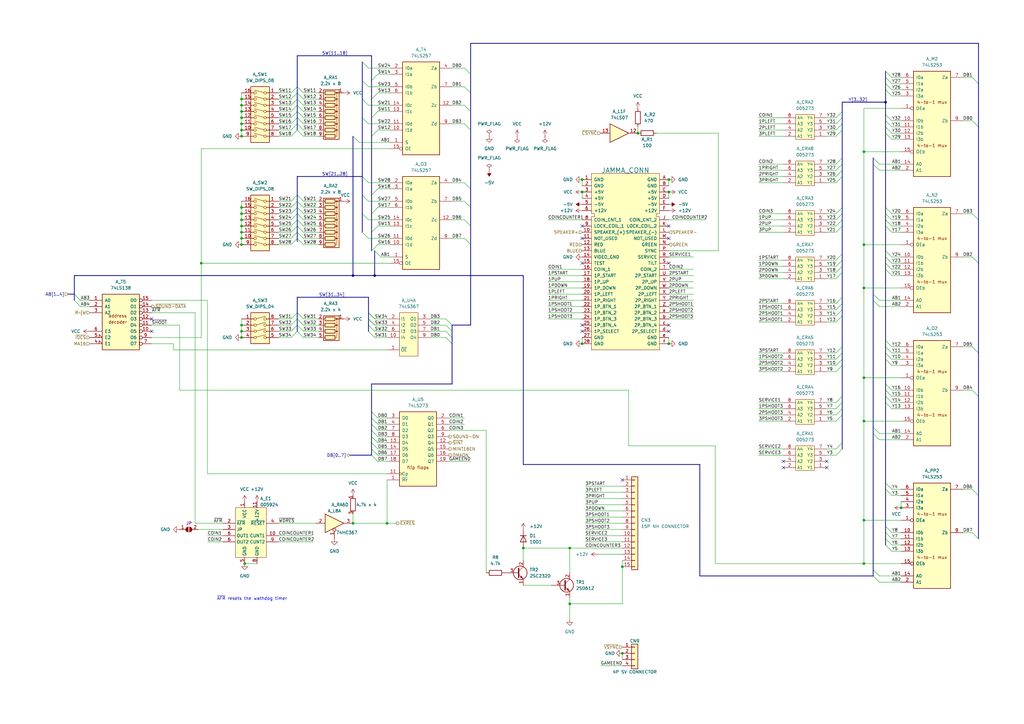
<source format=kicad_sch>
(kicad_sch (version 20230121) (generator eeschema)
  (paper "A3")
  (title_block (title "Twin 16 - Rev B") (date "2024-03-10") (company "Konami GX785/GX870/GX808/GX903") (comment 1 "Ulf Skutnabba, twitter: @skutis77"))
  (junction (at 274.32 78.74))
  (junction (at 144.78 113.03))
  (junction (at 99.06 48.26))
  (junction (at 99.06 85.09))
  (junction (at 99.06 40.64))
  (junction (at 99.06 92.71))
  (junction (at 354.33 118.11))
  (junction (at 354.33 172.72))
  (junction (at 274.32 73.66))
  (junction (at 99.06 97.79))
  (junction (at 99.06 133.35))
  (junction (at 158.75 214.63))
  (junction (at 99.06 53.34))
  (junction (at 99.06 138.43))
  (junction (at 100.33 231.14))
  (junction (at 238.76 73.66))
  (junction (at 274.32 140.97))
  (junction (at 99.06 50.8))
  (junction (at 99.06 43.18))
  (junction (at 354.33 100.33))
  (junction (at 99.06 135.89))
  (junction (at 369.57 208.28))
  (junction (at 354.33 213.36))
  (junction (at 99.06 95.25))
  (junction (at 261.62 54.61))
  (junction (at 238.76 140.97))
  (junction (at 233.68 247.65))
  (junction (at 99.06 45.72))
  (junction (at 233.68 224.79))
  (junction (at 99.06 55.88))
  (junction (at 238.76 78.74))
  (junction (at 255.27 267.97))
  (junction (at 99.06 90.17))
  (junction (at 153.67 113.03))
  (junction (at 82.55 107.95))
  (junction (at 354.33 231.14))
  (junction (at 255.27 232.41))
  (junction (at 363.22 41.91))
  (junction (at 144.78 214.63))
  (junction (at 354.33 154.94))
  (junction (at 214.63 224.79))
  (junction (at 354.33 62.23))
  (junction (at 99.06 100.33))
  (junction (at 99.06 87.63))
  (no_connect (at 339.09 191.77))
  (no_connect (at 238.76 92.71))
  (no_connect (at 238.76 97.79))
  (no_connect (at 274.32 97.79))
  (no_connect (at 274.32 92.71))
  (no_connect (at 62.23 135.89))
  (no_connect (at 62.23 130.81))
  (no_connect (at 321.31 189.23))
  (no_connect (at 274.32 133.35))
  (no_connect (at 274.32 135.89))
  (no_connect (at 238.76 133.35))
  (no_connect (at 238.76 135.89))
  (no_connect (at 321.31 191.77))
  (no_connect (at 274.32 107.95))
  (no_connect (at 238.76 107.95))
  (no_connect (at 339.09 189.23))
  (no_connect (at 255.27 196.85))
  (bus_entry (at 152.4 33.02) (size 2.54 -2.54))
  (bus_entry (at 363.22 31.75) (size 2.54 2.54))
  (bus_entry (at 152.4 171.45) (size 2.54 2.54))
  (bus_entry (at 345.44 144.78) (size -2.54 2.54))
  (bus_entry (at 345.44 147.32) (size -2.54 2.54))
  (bus_entry (at 121.92 130.81) (size -2.54 2.54))
  (bus_entry (at 363.22 215.9) (size 2.54 2.54))
  (bus_entry (at 345.44 104.14) (size -2.54 2.54))
  (bus_entry (at 121.92 53.34) (size 2.54 2.54))
  (bus_entry (at 363.22 29.21) (size 2.54 2.54))
  (bus_entry (at 345.44 87.63) (size -2.54 2.54))
  (bus_entry (at 345.44 127) (size -2.54 2.54))
  (bus_entry (at 121.92 48.26) (size 2.54 2.54))
  (bus_entry (at 363.22 90.17) (size 2.54 2.54))
  (bus_entry (at 363.22 144.78) (size 2.54 2.54))
  (bus_entry (at 358.14 233.68) (size 2.54 2.54))
  (bus_entry (at 148.59 33.02) (size 2.54 2.54))
  (bus_entry (at 363.22 46.99) (size 2.54 2.54))
  (bus_entry (at 363.22 198.12) (size 2.54 2.54))
  (bus_entry (at 148.59 25.4) (size 2.54 2.54))
  (bus_entry (at 190.5 50.8) (size 2.54 2.54))
  (bus_entry (at 121.92 95.25) (size 2.54 2.54))
  (bus_entry (at 363.22 223.52) (size 2.54 2.54))
  (bus_entry (at 121.92 82.55) (size -2.54 2.54))
  (bus_entry (at 345.44 72.39) (size -2.54 2.54))
  (bus_entry (at 151.13 130.81) (size 2.54 2.54))
  (bus_entry (at 345.44 142.24) (size -2.54 2.54))
  (bus_entry (at 358.14 120.65) (size 2.54 2.54))
  (bus_entry (at 121.92 35.56) (size 2.54 2.54))
  (bus_entry (at 363.22 157.48) (size 2.54 2.54))
  (bus_entry (at 121.92 43.18) (size -2.54 2.54))
  (bus_entry (at 121.92 130.81) (size 2.54 2.54))
  (bus_entry (at 363.22 200.66) (size 2.54 2.54))
  (bus_entry (at 398.78 200.66) (size 2.54 2.54))
  (bus_entry (at 358.14 64.77) (size 2.54 2.54))
  (bus_entry (at 121.92 87.63) (size 2.54 2.54))
  (bus_entry (at 144.78 55.88) (size 2.54 2.54))
  (bus_entry (at 151.13 135.89) (size 2.54 2.54))
  (bus_entry (at 358.14 177.8) (size 2.54 2.54))
  (bus_entry (at 148.59 72.39) (size 2.54 2.54))
  (bus_entry (at 190.5 35.56) (size 2.54 2.54))
  (bus_entry (at 345.44 109.22) (size -2.54 2.54))
  (bus_entry (at 121.92 45.72) (size 2.54 2.54))
  (bus_entry (at 363.22 85.09) (size 2.54 2.54))
  (bus_entry (at 363.22 160.02) (size 2.54 2.54))
  (bus_entry (at 151.13 128.27) (size 2.54 2.54))
  (bus_entry (at 363.22 105.41) (size 2.54 2.54))
  (bus_entry (at 363.22 165.1) (size 2.54 2.54))
  (bus_entry (at 148.59 87.63) (size 2.54 2.54))
  (bus_entry (at 121.92 135.89) (size 2.54 2.54))
  (bus_entry (at 363.22 34.29) (size 2.54 2.54))
  (bus_entry (at 121.92 128.27) (size -2.54 2.54))
  (bus_entry (at 358.14 175.26) (size 2.54 2.54))
  (bus_entry (at 121.92 135.89) (size -2.54 2.54))
  (bus_entry (at 121.92 95.25) (size -2.54 2.54))
  (bus_entry (at 363.22 110.49) (size 2.54 2.54))
  (bus_entry (at 363.22 49.53) (size 2.54 2.54))
  (bus_entry (at 345.44 165.1) (size -2.54 2.54))
  (bus_entry (at 151.13 128.27) (size 2.54 2.54))
  (bus_entry (at 121.92 43.18) (size 2.54 2.54))
  (bus_entry (at 345.44 129.54) (size -2.54 2.54))
  (bus_entry (at 345.44 121.92) (size -2.54 2.54))
  (bus_entry (at 398.78 105.41) (size 2.54 2.54))
  (bus_entry (at 358.14 236.22) (size 2.54 2.54))
  (bus_entry (at 148.59 48.26) (size 2.54 2.54))
  (bus_entry (at 190.5 74.93) (size 2.54 2.54))
  (bus_entry (at 190.5 43.18) (size 2.54 2.54))
  (bus_entry (at 152.4 55.88) (size 2.54 -2.54))
  (bus_entry (at 121.92 82.55) (size 2.54 2.54))
  (bus_entry (at 363.22 162.56) (size 2.54 2.54))
  (bus_entry (at 345.44 92.71) (size -2.54 2.54))
  (bus_entry (at 152.4 168.91) (size 2.54 2.54))
  (bus_entry (at 345.44 45.72) (size -2.54 2.54))
  (bus_entry (at 121.92 80.01) (size -2.54 2.54))
  (bus_entry (at 345.44 64.77) (size -2.54 2.54))
  (bus_entry (at 363.22 218.44) (size 2.54 2.54))
  (bus_entry (at 148.59 80.01) (size 2.54 2.54))
  (bus_entry (at 345.44 67.31) (size -2.54 2.54))
  (bus_entry (at 151.13 130.81) (size 2.54 2.54))
  (bus_entry (at 398.78 87.63) (size 2.54 2.54))
  (bus_entry (at 152.4 176.53) (size 2.54 2.54))
  (bus_entry (at 121.92 97.79) (size -2.54 2.54))
  (bus_entry (at 363.22 102.87) (size 2.54 2.54))
  (bus_entry (at 148.59 95.25) (size 2.54 2.54))
  (bus_entry (at 152.4 179.07) (size 2.54 2.54))
  (bus_entry (at 345.44 111.76) (size -2.54 2.54))
  (bus_entry (at 152.4 40.64) (size 2.54 -2.54))
  (bus_entry (at 152.4 184.15) (size 2.54 2.54))
  (bus_entry (at 121.92 35.56) (size -2.54 2.54))
  (bus_entry (at 30.48 123.19) (size 2.54 2.54))
  (bus_entry (at 182.88 133.35) (size 2.54 2.54))
  (bus_entry (at 152.4 102.87) (size 2.54 -2.54))
  (bus_entry (at 152.4 48.26) (size 2.54 -2.54))
  (bus_entry (at 121.92 38.1) (size 2.54 2.54))
  (bus_entry (at 363.22 107.95) (size 2.54 2.54))
  (bus_entry (at 121.92 80.01) (size 2.54 2.54))
  (bus_entry (at 190.5 27.94) (size 2.54 2.54))
  (bus_entry (at 363.22 142.24) (size 2.54 2.54))
  (bus_entry (at 190.5 90.17) (size 2.54 2.54))
  (bus_entry (at 398.78 31.75) (size 2.54 2.54))
  (bus_entry (at 152.4 186.69) (size 2.54 2.54))
  (bus_entry (at 121.92 133.35) (size -2.54 2.54))
  (bus_entry (at 345.44 53.34) (size -2.54 2.54))
  (bus_entry (at 345.44 85.09) (size -2.54 2.54))
  (bus_entry (at 152.4 87.63) (size 2.54 -2.54))
  (bus_entry (at 121.92 53.34) (size -2.54 2.54))
  (bus_entry (at 121.92 90.17) (size -2.54 2.54))
  (bus_entry (at 190.5 97.79) (size 2.54 2.54))
  (bus_entry (at 121.92 97.79) (size 2.54 2.54))
  (bus_entry (at 152.4 95.25) (size 2.54 -2.54))
  (bus_entry (at 182.88 135.89) (size 2.54 2.54))
  (bus_entry (at 345.44 167.64) (size -2.54 2.54))
  (bus_entry (at 363.22 92.71) (size 2.54 2.54))
  (bus_entry (at 121.92 133.35) (size 2.54 2.54))
  (bus_entry (at 121.92 50.8) (size -2.54 2.54))
  (bus_entry (at 363.22 36.83) (size 2.54 2.54))
  (bus_entry (at 363.22 87.63) (size 2.54 2.54))
  (bus_entry (at 345.44 106.68) (size -2.54 2.54))
  (bus_entry (at 121.92 40.64) (size -2.54 2.54))
  (bus_entry (at 363.22 147.32) (size 2.54 2.54))
  (bus_entry (at 190.5 82.55) (size 2.54 2.54))
  (bus_entry (at 30.48 120.65) (size 2.54 2.54))
  (bus_entry (at 121.92 87.63) (size -2.54 2.54))
  (bus_entry (at 121.92 50.8) (size 2.54 2.54))
  (bus_entry (at 152.4 181.61) (size 2.54 2.54))
  (bus_entry (at 121.92 92.71) (size 2.54 2.54))
  (bus_entry (at 345.44 149.86) (size -2.54 2.54))
  (bus_entry (at 345.44 181.61) (size -2.54 2.54))
  (bus_entry (at 358.14 67.31) (size 2.54 2.54))
  (bus_entry (at 151.13 133.35) (size 2.54 2.54))
  (bus_entry (at 121.92 85.09) (size -2.54 2.54))
  (bus_entry (at 182.88 130.81) (size 2.54 2.54))
  (bus_entry (at 345.44 170.18) (size -2.54 2.54))
  (bus_entry (at 121.92 90.17) (size 2.54 2.54))
  (bus_entry (at 153.67 102.87) (size 2.54 2.54))
  (bus_entry (at 358.14 123.19) (size 2.54 2.54))
  (bus_entry (at 363.22 139.7) (size 2.54 2.54))
  (bus_entry (at 398.78 218.44) (size 2.54 2.54))
  (bus_entry (at 345.44 162.56) (size -2.54 2.54))
  (bus_entry (at 345.44 48.26) (size -2.54 2.54))
  (bus_entry (at 363.22 220.98) (size 2.54 2.54))
  (bus_entry (at 345.44 124.46) (size -2.54 2.54))
  (bus_entry (at 398.78 49.53) (size 2.54 2.54))
  (bus_entry (at 121.92 48.26) (size -2.54 2.54))
  (bus_entry (at 152.4 173.99) (size 2.54 2.54))
  (bus_entry (at 121.92 38.1) (size -2.54 2.54))
  (bus_entry (at 121.92 85.09) (size 2.54 2.54))
  (bus_entry (at 398.78 160.02) (size 2.54 2.54))
  (bus_entry (at 182.88 138.43) (size 2.54 2.54))
  (bus_entry (at 345.44 69.85) (size -2.54 2.54))
  (bus_entry (at 148.59 40.64) (size 2.54 2.54))
  (bus_entry (at 121.92 128.27) (size 2.54 2.54))
  (bus_entry (at 345.44 90.17) (size -2.54 2.54))
  (bus_entry (at 121.92 45.72) (size -2.54 2.54))
  (bus_entry (at 363.22 52.07) (size 2.54 2.54))
  (bus_entry (at 152.4 80.01) (size 2.54 -2.54))
  (bus_entry (at 363.22 54.61) (size 2.54 2.54))
  (bus_entry (at 345.44 50.8) (size -2.54 2.54))
  (bus_entry (at 398.78 142.24) (size 2.54 2.54))
  (bus_entry (at 121.92 92.71) (size -2.54 2.54))
  (bus_entry (at 121.92 40.64) (size 2.54 2.54))
  (bus_entry (at 345.44 184.15) (size -2.54 2.54))
  (wire (pts (xy 185.42 90.17) (xy 190.5 90.17)))
  (bus (pts (xy 345.44 53.34) (xy 345.44 50.8)))
  (wire (pts (xy 85.09 123.19) (xy 85.09 194.31)))
  (wire (pts (xy 365.76 57.15) (xy 369.57 57.15)))
  (wire (pts (xy 99.06 82.55) (xy 99.06 85.09)))
  (bus (pts (xy 121.92 50.8) (xy 121.92 53.34)))
  (wire (pts (xy 274.32 78.74) (xy 274.32 81.28)))
  (bus (pts (xy 144.78 113.03) (xy 153.67 113.03)))
  (wire (pts (xy 255.27 267.97) (xy 255.27 270.51)))
  (bus (pts (xy 345.44 124.46) (xy 345.44 121.92)))
  (bus (pts (xy 152.4 181.61) (xy 152.4 179.07)))
  (wire (pts (xy 365.76 54.61) (xy 369.57 54.61)))
  (bus (pts (xy 363.22 142.24) (xy 363.22 144.78)))
  (wire (pts (xy 365.76 52.07) (xy 369.57 52.07)))
  (wire (pts (xy 274.32 138.43) (xy 274.32 140.97)))
  (wire (pts (xy 71.12 140.97) (xy 71.12 143.51)))
  (wire (pts (xy 365.76 162.56) (xy 369.57 162.56)))
  (bus (pts (xy 148.59 87.63) (xy 148.59 95.25)))
  (wire (pts (xy 154.94 179.07) (xy 158.75 179.07)))
  (wire (pts (xy 62.23 140.97) (xy 71.12 140.97)))
  (wire (pts (xy 124.46 87.63) (xy 130.81 87.63)))
  (wire (pts (xy 114.3 214.63) (xy 129.54 214.63)))
  (bus (pts (xy 345.44 127) (xy 345.44 124.46)))
  (wire (pts (xy 311.15 53.34) (xy 321.31 53.34)))
  (wire (pts (xy 240.03 219.71) (xy 255.27 219.71)))
  (bus (pts (xy 401.32 107.95) (xy 401.32 90.17)))
  (wire (pts (xy 119.38 133.35) (xy 114.3 133.35)))
  (bus (pts (xy 121.92 38.1) (xy 121.92 35.56)))
  (wire (pts (xy 153.67 135.89) (xy 158.75 135.89)))
  (wire (pts (xy 185.42 50.8) (xy 190.5 50.8)))
  (bus (pts (xy 30.48 120.65) (xy 30.48 123.19)))
  (wire (pts (xy 311.15 144.78) (xy 321.31 144.78)))
  (wire (pts (xy 124.46 85.09) (xy 130.81 85.09)))
  (bus (pts (xy 363.22 87.63) (xy 363.22 90.17)))
  (wire (pts (xy 185.42 27.94) (xy 190.5 27.94)))
  (wire (pts (xy 119.38 45.72) (xy 114.3 45.72)))
  (wire (pts (xy 153.67 138.43) (xy 158.75 138.43)))
  (wire (pts (xy 124.46 133.35) (xy 130.81 133.35)))
  (wire (pts (xy 342.9 55.88) (xy 339.09 55.88)))
  (wire (pts (xy 342.9 147.32) (xy 339.09 147.32)))
  (bus (pts (xy 345.44 92.71) (xy 345.44 90.17)))
  (bus (pts (xy 345.44 109.22) (xy 345.44 106.68)))
  (wire (pts (xy 365.76 144.78) (xy 369.57 144.78)))
  (wire (pts (xy 224.79 125.73) (xy 238.76 125.73)))
  (wire (pts (xy 311.15 92.71) (xy 321.31 92.71)))
  (bus (pts (xy 185.42 157.48) (xy 185.42 140.97)))
  (wire (pts (xy 365.76 149.86) (xy 369.57 149.86)))
  (wire (pts (xy 274.32 73.66) (xy 274.32 76.2)))
  (bus (pts (xy 363.22 160.02) (xy 363.22 162.56)))
  (bus (pts (xy 121.92 87.63) (xy 121.92 85.09)))
  (wire (pts (xy 342.9 50.8) (xy 339.09 50.8)))
  (wire (pts (xy 394.97 87.63) (xy 398.78 87.63)))
  (bus (pts (xy 30.48 113.03) (xy 144.78 113.03)))
  (bus (pts (xy 121.92 135.89) (xy 121.92 133.35)))
  (wire (pts (xy 311.15 106.68) (xy 321.31 106.68)))
  (wire (pts (xy 82.55 138.43) (xy 82.55 107.95)))
  (wire (pts (xy 114.3 219.71) (xy 128.27 219.71)))
  (wire (pts (xy 294.64 102.87) (xy 294.64 54.61)))
  (wire (pts (xy 151.13 50.8) (xy 160.02 50.8)))
  (bus (pts (xy 152.4 48.26) (xy 152.4 40.64)))
  (wire (pts (xy 311.15 114.3) (xy 321.31 114.3)))
  (wire (pts (xy 80.01 128.27) (xy 80.01 214.63)))
  (wire (pts (xy 233.68 224.79) (xy 255.27 224.79)))
  (bus (pts (xy 121.92 22.86) (xy 121.92 35.56)))
  (wire (pts (xy 342.9 69.85) (xy 339.09 69.85)))
  (bus (pts (xy 345.44 149.86) (xy 345.44 147.32)))
  (bus (pts (xy 152.4 186.69) (xy 152.4 184.15)))
  (bus (pts (xy 193.04 77.47) (xy 193.04 85.09)))
  (wire (pts (xy 365.76 90.17) (xy 369.57 90.17)))
  (wire (pts (xy 342.9 132.08) (xy 339.09 132.08)))
  (wire (pts (xy 99.06 133.35) (xy 99.06 135.89)))
  (wire (pts (xy 354.33 231.14) (xy 369.57 231.14)))
  (wire (pts (xy 85.09 222.25) (xy 91.44 222.25)))
  (wire (pts (xy 158.75 214.63) (xy 144.78 214.63)))
  (bus (pts (xy 363.22 46.99) (xy 363.22 49.53)))
  (wire (pts (xy 354.33 172.72) (xy 354.33 213.36)))
  (bus (pts (xy 121.92 40.64) (xy 121.92 38.1)))
  (bus (pts (xy 345.44 106.68) (xy 345.44 104.14)))
  (wire (pts (xy 124.46 55.88) (xy 130.81 55.88)))
  (wire (pts (xy 62.23 138.43) (xy 82.55 138.43)))
  (bus (pts (xy 152.4 171.45) (xy 152.4 168.91)))
  (bus (pts (xy 358.14 64.77) (xy 358.14 67.31)))
  (bus (pts (xy 363.22 107.95) (xy 363.22 110.49)))
  (wire (pts (xy 151.13 97.79) (xy 160.02 97.79)))
  (wire (pts (xy 119.38 92.71) (xy 114.3 92.71)))
  (bus (pts (xy 345.44 85.09) (xy 345.44 72.39)))
  (bus (pts (xy 345.44 181.61) (xy 345.44 170.18)))
  (wire (pts (xy 82.55 107.95) (xy 160.02 107.95)))
  (wire (pts (xy 365.76 113.03) (xy 369.57 113.03)))
  (wire (pts (xy 354.33 213.36) (xy 354.33 231.14)))
  (wire (pts (xy 354.33 62.23) (xy 354.33 100.33)))
  (wire (pts (xy 154.94 176.53) (xy 158.75 176.53)))
  (wire (pts (xy 365.76 200.66) (xy 369.57 200.66)))
  (bus (pts (xy 152.4 168.91) (xy 152.4 157.48)))
  (wire (pts (xy 342.9 53.34) (xy 339.09 53.34)))
  (bus (pts (xy 185.42 140.97) (xy 185.42 138.43)))
  (bus (pts (xy 363.22 105.41) (xy 363.22 107.95)))
  (wire (pts (xy 119.38 130.81) (xy 114.3 130.81)))
  (bus (pts (xy 358.14 233.68) (xy 358.14 236.22)))
  (bus (pts (xy 358.14 120.65) (xy 358.14 123.19)))
  (wire (pts (xy 342.9 48.26) (xy 339.09 48.26)))
  (bus (pts (xy 358.14 177.8) (xy 358.14 233.68)))
  (wire (pts (xy 365.76 223.52) (xy 369.57 223.52)))
  (wire (pts (xy 274.32 120.65) (xy 284.48 120.65)))
  (wire (pts (xy 365.76 49.53) (xy 369.57 49.53)))
  (wire (pts (xy 274.32 110.49) (xy 284.48 110.49)))
  (wire (pts (xy 99.06 40.64) (xy 99.06 43.18)))
  (bus (pts (xy 153.67 113.03) (xy 214.63 113.03)))
  (wire (pts (xy 124.46 130.81) (xy 130.81 130.81)))
  (wire (pts (xy 33.02 123.19) (xy 36.83 123.19)))
  (wire (pts (xy 154.94 77.47) (xy 160.02 77.47)))
  (wire (pts (xy 360.68 123.19) (xy 369.57 123.19)))
  (bus (pts (xy 363.22 41.91) (xy 363.22 46.99)))
  (bus (pts (xy 151.13 130.81) (xy 151.13 133.35)))
  (bus (pts (xy 143.51 186.69) (xy 152.4 186.69)))
  (bus (pts (xy 401.32 34.29) (xy 401.32 17.78)))
  (wire (pts (xy 311.15 90.17) (xy 321.31 90.17)))
  (wire (pts (xy 224.79 128.27) (xy 238.76 128.27)))
  (bus (pts (xy 345.44 50.8) (xy 345.44 48.26)))
  (wire (pts (xy 342.9 170.18) (xy 339.09 170.18)))
  (wire (pts (xy 62.23 128.27) (xy 80.01 128.27)))
  (wire (pts (xy 233.68 254) (xy 233.68 247.65)))
  (wire (pts (xy 255.27 229.87) (xy 255.27 232.41)))
  (bus (pts (xy 287.02 190.5) (xy 287.02 236.22)))
  (bus (pts (xy 152.4 87.63) (xy 152.4 95.25)))
  (wire (pts (xy 240.03 209.55) (xy 255.27 209.55)))
  (wire (pts (xy 124.46 48.26) (xy 130.81 48.26)))
  (wire (pts (xy 124.46 92.71) (xy 130.81 92.71)))
  (wire (pts (xy 365.76 92.71) (xy 369.57 92.71)))
  (bus (pts (xy 185.42 138.43) (xy 185.42 135.89)))
  (wire (pts (xy 311.15 172.72) (xy 321.31 172.72)))
  (bus (pts (xy 121.92 43.18) (xy 121.92 40.64)))
  (wire (pts (xy 311.15 72.39) (xy 321.31 72.39)))
  (wire (pts (xy 394.97 200.66) (xy 398.78 200.66)))
  (wire (pts (xy 240.03 217.17) (xy 255.27 217.17)))
  (wire (pts (xy 119.38 135.89) (xy 114.3 135.89)))
  (bus (pts (xy 214.63 190.5) (xy 287.02 190.5)))
  (wire (pts (xy 240.03 222.25) (xy 255.27 222.25)))
  (wire (pts (xy 119.38 48.26) (xy 114.3 48.26)))
  (bus (pts (xy 363.22 85.09) (xy 363.22 87.63)))
  (bus (pts (xy 152.4 33.02) (xy 152.4 22.86)))
  (wire (pts (xy 394.97 49.53) (xy 398.78 49.53)))
  (wire (pts (xy 311.15 186.69) (xy 321.31 186.69)))
  (bus (pts (xy 121.92 130.81) (xy 121.92 128.27)))
  (bus (pts (xy 363.22 36.83) (xy 363.22 41.91)))
  (bus (pts (xy 151.13 121.92) (xy 151.13 128.27)))
  (wire (pts (xy 99.06 92.71) (xy 99.06 95.25)))
  (wire (pts (xy 360.68 177.8) (xy 369.57 177.8)))
  (bus (pts (xy 363.22 220.98) (xy 363.22 223.52)))
  (wire (pts (xy 354.33 100.33) (xy 354.33 118.11)))
  (bus (pts (xy 193.04 38.1) (xy 193.04 45.72)))
  (bus (pts (xy 358.14 175.26) (xy 358.14 177.8)))
  (bus (pts (xy 148.59 33.02) (xy 148.59 40.64)))
  (bus (pts (xy 185.42 133.35) (xy 193.04 133.35)))
  (wire (pts (xy 82.55 60.96) (xy 160.02 60.96)))
  (bus (pts (xy 345.44 121.92) (xy 345.44 111.76)))
  (bus (pts (xy 363.22 92.71) (xy 363.22 102.87)))
  (bus (pts (xy 363.22 102.87) (xy 363.22 105.41)))
  (bus (pts (xy 152.4 48.26) (xy 152.4 55.88)))
  (wire (pts (xy 144.78 210.82) (xy 144.78 214.63)))
  (wire (pts (xy 311.15 184.15) (xy 321.31 184.15)))
  (wire (pts (xy 71.12 143.51) (xy 158.75 143.51)))
  (bus (pts (xy 30.48 120.65) (xy 30.48 113.03)))
  (wire (pts (xy 360.68 125.73) (xy 369.57 125.73)))
  (bus (pts (xy 152.4 184.15) (xy 152.4 181.61)))
  (wire (pts (xy 154.94 186.69) (xy 158.75 186.69)))
  (wire (pts (xy 354.33 118.11) (xy 354.33 154.94)))
  (bus (pts (xy 121.92 72.39) (xy 148.59 72.39)))
  (wire (pts (xy 99.06 43.18) (xy 99.06 45.72)))
  (wire (pts (xy 224.79 90.17) (xy 238.76 90.17)))
  (wire (pts (xy 365.76 39.37) (xy 369.57 39.37)))
  (bus (pts (xy 345.44 64.77) (xy 345.44 53.34)))
  (wire (pts (xy 153.67 130.81) (xy 158.75 130.81)))
  (wire (pts (xy 153.67 133.35) (xy 158.75 133.35)))
  (wire (pts (xy 274.32 115.57) (xy 284.48 115.57)))
  (bus (pts (xy 363.22 215.9) (xy 363.22 218.44)))
  (bus (pts (xy 185.42 133.35) (xy 185.42 135.89)))
  (wire (pts (xy 274.32 125.73) (xy 284.48 125.73)))
  (wire (pts (xy 154.94 38.1) (xy 160.02 38.1)))
  (wire (pts (xy 73.66 160.02) (xy 257.81 160.02)))
  (wire (pts (xy 261.62 52.07) (xy 261.62 54.61)))
  (wire (pts (xy 311.15 69.85) (xy 321.31 69.85)))
  (wire (pts (xy 119.38 50.8) (xy 114.3 50.8)))
  (wire (pts (xy 119.38 40.64) (xy 114.3 40.64)))
  (wire (pts (xy 360.68 69.85) (xy 369.57 69.85)))
  (bus (pts (xy 345.44 111.76) (xy 345.44 109.22)))
  (wire (pts (xy 124.46 82.55) (xy 130.81 82.55)))
  (wire (pts (xy 233.68 234.95) (xy 233.68 224.79)))
  (bus (pts (xy 121.92 90.17) (xy 121.92 87.63)))
  (bus (pts (xy 214.63 113.03) (xy 214.63 190.5)))
  (wire (pts (xy 257.81 160.02) (xy 257.81 182.88)))
  (wire (pts (xy 214.63 240.03) (xy 226.06 240.03)))
  (bus (pts (xy 193.04 53.34) (xy 193.04 77.47)))
  (bus (pts (xy 363.22 31.75) (xy 363.22 34.29)))
  (wire (pts (xy 176.53 138.43) (xy 182.88 138.43)))
  (bus (pts (xy 401.32 220.98) (xy 401.32 203.2)))
  (wire (pts (xy 62.23 123.19) (xy 85.09 123.19)))
  (wire (pts (xy 151.13 27.94) (xy 160.02 27.94)))
  (wire (pts (xy 311.15 147.32) (xy 321.31 147.32)))
  (bus (pts (xy 148.59 40.64) (xy 148.59 48.26)))
  (wire (pts (xy 294.64 54.61) (xy 269.24 54.61)))
  (wire (pts (xy 274.32 123.19) (xy 284.48 123.19)))
  (bus (pts (xy 363.22 200.66) (xy 363.22 215.9)))
  (wire (pts (xy 274.32 118.11) (xy 284.48 118.11)))
  (wire (pts (xy 365.76 95.25) (xy 369.57 95.25)))
  (wire (pts (xy 342.9 152.4) (xy 339.09 152.4)))
  (wire (pts (xy 151.13 43.18) (xy 160.02 43.18)))
  (wire (pts (xy 124.46 138.43) (xy 130.81 138.43)))
  (wire (pts (xy 156.21 105.41) (xy 160.02 105.41)))
  (wire (pts (xy 311.15 67.31) (xy 321.31 67.31)))
  (wire (pts (xy 119.38 53.34) (xy 114.3 53.34)))
  (wire (pts (xy 185.42 35.56) (xy 190.5 35.56)))
  (wire (pts (xy 342.9 92.71) (xy 339.09 92.71)))
  (bus (pts (xy 121.92 82.55) (xy 121.92 80.01)))
  (wire (pts (xy 274.32 90.17) (xy 289.56 90.17)))
  (bus (pts (xy 121.92 92.71) (xy 121.92 90.17)))
  (wire (pts (xy 342.9 114.3) (xy 339.09 114.3)))
  (wire (pts (xy 342.9 167.64) (xy 339.09 167.64)))
  (wire (pts (xy 365.76 220.98) (xy 369.57 220.98)))
  (wire (pts (xy 119.38 90.17) (xy 114.3 90.17)))
  (wire (pts (xy 394.97 218.44) (xy 398.78 218.44)))
  (wire (pts (xy 360.68 238.76) (xy 369.57 238.76)))
  (wire (pts (xy 354.33 154.94) (xy 369.57 154.94)))
  (wire (pts (xy 199.39 176.53) (xy 199.39 234.95)))
  (wire (pts (xy 99.06 45.72) (xy 99.06 48.26)))
  (wire (pts (xy 365.76 226.06) (xy 369.57 226.06)))
  (wire (pts (xy 369.57 205.74) (xy 369.57 208.28)))
  (wire (pts (xy 342.9 186.69) (xy 339.09 186.69)))
  (wire (pts (xy 365.76 165.1) (xy 369.57 165.1)))
  (wire (pts (xy 124.46 100.33) (xy 130.81 100.33)))
  (wire (pts (xy 311.15 50.8) (xy 321.31 50.8)))
  (wire (pts (xy 124.46 45.72) (xy 130.81 45.72)))
  (wire (pts (xy 119.38 87.63) (xy 114.3 87.63)))
  (wire (pts (xy 246.38 273.05) (xy 255.27 273.05)))
  (bus (pts (xy 193.04 30.48) (xy 193.04 38.1)))
  (wire (pts (xy 274.32 113.03) (xy 284.48 113.03)))
  (wire (pts (xy 124.46 90.17) (xy 130.81 90.17)))
  (bus (pts (xy 148.59 25.4) (xy 148.59 33.02)))
  (bus (pts (xy 363.22 49.53) (xy 363.22 52.07)))
  (bus (pts (xy 193.04 17.78) (xy 193.04 30.48)))
  (bus (pts (xy 121.92 133.35) (xy 121.92 130.81)))
  (bus (pts (xy 345.44 167.64) (xy 345.44 165.1)))
  (wire (pts (xy 224.79 115.57) (xy 238.76 115.57)))
  (bus (pts (xy 148.59 72.39) (xy 148.59 80.01)))
  (wire (pts (xy 124.46 95.25) (xy 130.81 95.25)))
  (wire (pts (xy 360.68 180.34) (xy 369.57 180.34)))
  (bus (pts (xy 345.44 147.32) (xy 345.44 144.78)))
  (wire (pts (xy 365.76 167.64) (xy 369.57 167.64)))
  (wire (pts (xy 224.79 123.19) (xy 238.76 123.19)))
  (wire (pts (xy 293.37 182.88) (xy 293.37 231.14)))
  (wire (pts (xy 176.53 135.89) (xy 182.88 135.89)))
  (wire (pts (xy 224.79 130.81) (xy 238.76 130.81)))
  (bus (pts (xy 345.44 129.54) (xy 345.44 127)))
  (wire (pts (xy 354.33 154.94) (xy 354.33 172.72)))
  (bus (pts (xy 345.44 170.18) (xy 345.44 167.64)))
  (bus (pts (xy 345.44 67.31) (xy 345.44 64.77)))
  (wire (pts (xy 238.76 78.74) (xy 238.76 81.28)))
  (bus (pts (xy 363.22 90.17) (xy 363.22 92.71)))
  (wire (pts (xy 82.55 107.95) (xy 82.55 60.96)))
  (bus (pts (xy 287.02 236.22) (xy 358.14 236.22)))
  (wire (pts (xy 124.46 40.64) (xy 130.81 40.64)))
  (bus (pts (xy 345.44 104.14) (xy 345.44 92.71)))
  (bus (pts (xy 345.44 165.1) (xy 345.44 162.56)))
  (wire (pts (xy 394.97 105.41) (xy 398.78 105.41)))
  (wire (pts (xy 73.66 133.35) (xy 73.66 160.02)))
  (wire (pts (xy 124.46 43.18) (xy 130.81 43.18)))
  (bus (pts (xy 363.22 157.48) (xy 363.22 160.02)))
  (wire (pts (xy 154.94 181.61) (xy 158.75 181.61)))
  (wire (pts (xy 80.01 214.63) (xy 91.44 214.63)))
  (bus (pts (xy 345.44 72.39) (xy 345.44 69.85)))
  (wire (pts (xy 360.68 67.31) (xy 369.57 67.31)))
  (wire (pts (xy 240.03 214.63) (xy 255.27 214.63)))
  (wire (pts (xy 293.37 182.88) (xy 257.81 182.88)))
  (bus (pts (xy 152.4 55.88) (xy 152.4 80.01)))
  (wire (pts (xy 311.15 127) (xy 321.31 127)))
  (wire (pts (xy 214.63 224.79) (xy 214.63 229.87)))
  (bus (pts (xy 401.32 162.56) (xy 401.32 144.78)))
  (wire (pts (xy 342.9 90.17) (xy 339.09 90.17)))
  (wire (pts (xy 154.94 30.48) (xy 160.02 30.48)))
  (wire (pts (xy 119.38 95.25) (xy 114.3 95.25)))
  (bus (pts (xy 152.4 95.25) (xy 152.4 102.87)))
  (bus (pts (xy 121.92 95.25) (xy 121.92 92.71)))
  (wire (pts (xy 311.15 165.1) (xy 321.31 165.1)))
  (wire (pts (xy 99.06 130.81) (xy 99.06 133.35)))
  (bus (pts (xy 193.04 100.33) (xy 193.04 133.35)))
  (wire (pts (xy 365.76 31.75) (xy 369.57 31.75)))
  (wire (pts (xy 240.03 207.01) (xy 255.27 207.01)))
  (bus (pts (xy 151.13 128.27) (xy 151.13 130.81)))
  (bus (pts (xy 345.44 184.15) (xy 345.44 181.61)))
  (bus (pts (xy 193.04 85.09) (xy 193.04 92.71)))
  (wire (pts (xy 33.02 125.73) (xy 36.83 125.73)))
  (wire (pts (xy 342.9 72.39) (xy 339.09 72.39)))
  (bus (pts (xy 152.4 22.86) (xy 121.92 22.86)))
  (wire (pts (xy 176.53 133.35) (xy 182.88 133.35)))
  (wire (pts (xy 184.15 189.23) (xy 193.04 189.23)))
  (bus (pts (xy 345.44 162.56) (xy 345.44 149.86)))
  (wire (pts (xy 154.94 173.99) (xy 158.75 173.99)))
  (wire (pts (xy 311.15 149.86) (xy 321.31 149.86)))
  (wire (pts (xy 154.94 184.15) (xy 158.75 184.15)))
  (wire (pts (xy 311.15 95.25) (xy 321.31 95.25)))
  (wire (pts (xy 311.15 124.46) (xy 321.31 124.46)))
  (wire (pts (xy 311.15 132.08) (xy 321.31 132.08)))
  (wire (pts (xy 185.42 74.93) (xy 190.5 74.93)))
  (bus (pts (xy 152.4 173.99) (xy 152.4 171.45)))
  (wire (pts (xy 342.9 109.22) (xy 339.09 109.22)))
  (wire (pts (xy 311.15 87.63) (xy 321.31 87.63)))
  (bus (pts (xy 345.44 90.17) (xy 345.44 87.63)))
  (bus (pts (xy 363.22 165.1) (xy 363.22 198.12)))
  (bus (pts (xy 345.44 48.26) (xy 345.44 45.72)))
  (bus (pts (xy 363.22 54.61) (xy 363.22 85.09)))
  (wire (pts (xy 342.9 111.76) (xy 339.09 111.76)))
  (wire (pts (xy 274.32 102.87) (xy 294.64 102.87)))
  (wire (pts (xy 369.57 213.36) (xy 354.33 213.36)))
  (wire (pts (xy 154.94 100.33) (xy 160.02 100.33)))
  (wire (pts (xy 124.46 97.79) (xy 130.81 97.79)))
  (bus (pts (xy 363.22 144.78) (xy 363.22 147.32)))
  (wire (pts (xy 311.15 170.18) (xy 321.31 170.18)))
  (wire (pts (xy 342.9 74.93) (xy 339.09 74.93)))
  (bus (pts (xy 193.04 45.72) (xy 193.04 53.34)))
  (wire (pts (xy 240.03 204.47) (xy 255.27 204.47)))
  (wire (pts (xy 119.38 43.18) (xy 114.3 43.18)))
  (wire (pts (xy 119.38 82.55) (xy 114.3 82.55)))
  (wire (pts (xy 342.9 95.25) (xy 339.09 95.25)))
  (wire (pts (xy 342.9 67.31) (xy 339.09 67.31)))
  (wire (pts (xy 162.56 214.63) (xy 158.75 214.63)))
  (wire (pts (xy 238.76 138.43) (xy 238.76 140.97)))
  (wire (pts (xy 311.15 152.4) (xy 321.31 152.4)))
  (wire (pts (xy 176.53 130.81) (xy 182.88 130.81)))
  (wire (pts (xy 99.06 53.34) (xy 99.06 55.88)))
  (wire (pts (xy 311.15 55.88) (xy 321.31 55.88)))
  (wire (pts (xy 394.97 142.24) (xy 398.78 142.24)))
  (bus (pts (xy 27.94 120.65) (xy 30.48 120.65)))
  (wire (pts (xy 119.38 38.1) (xy 114.3 38.1)))
  (wire (pts (xy 154.94 171.45) (xy 158.75 171.45)))
  (wire (pts (xy 184.15 173.99) (xy 190.5 173.99)))
  (wire (pts (xy 114.3 222.25) (xy 128.27 222.25)))
  (wire (pts (xy 365.76 203.2) (xy 369.57 203.2)))
  (bus (pts (xy 345.44 41.91) (xy 363.22 41.91)))
  (wire (pts (xy 311.15 111.76) (xy 321.31 111.76)))
  (bus (pts (xy 401.32 203.2) (xy 401.32 162.56)))
  (bus (pts (xy 363.22 110.49) (xy 363.22 139.7)))
  (bus (pts (xy 363.22 29.21) (xy 363.22 31.75)))
  (wire (pts (xy 245.11 227.33) (xy 255.27 227.33)))
  (bus (pts (xy 121.92 48.26) (xy 121.92 45.72)))
  (wire (pts (xy 184.15 176.53) (xy 199.39 176.53)))
  (bus (pts (xy 363.22 52.07) (xy 363.22 54.61)))
  (wire (pts (xy 99.06 135.89) (xy 99.06 138.43)))
  (bus (pts (xy 151.13 133.35) (xy 151.13 135.89)))
  (wire (pts (xy 342.9 144.78) (xy 339.09 144.78)))
  (wire (pts (xy 369.57 62.23) (xy 354.33 62.23)))
  (wire (pts (xy 274.32 130.81) (xy 284.48 130.81)))
  (wire (pts (xy 293.37 231.14) (xy 354.33 231.14)))
  (wire (pts (xy 354.33 100.33) (xy 369.57 100.33)))
  (wire (pts (xy 311.15 167.64) (xy 321.31 167.64)))
  (bus (pts (xy 363.22 147.32) (xy 363.22 157.48)))
  (bus (pts (xy 363.22 198.12) (xy 363.22 200.66)))
  (wire (pts (xy 184.15 171.45) (xy 190.5 171.45)))
  (wire (pts (xy 185.42 97.79) (xy 190.5 97.79)))
  (bus (pts (xy 358.14 123.19) (xy 358.14 175.26)))
  (bus (pts (xy 345.44 87.63) (xy 345.44 85.09)))
  (wire (pts (xy 342.9 184.15) (xy 339.09 184.15)))
  (wire (pts (xy 365.76 218.44) (xy 369.57 218.44)))
  (bus (pts (xy 121.92 99.06) (xy 121.92 97.79)))
  (wire (pts (xy 85.09 219.71) (xy 91.44 219.71)))
  (bus (pts (xy 152.4 80.01) (xy 152.4 87.63)))
  (wire (pts (xy 154.94 45.72) (xy 160.02 45.72)))
  (wire (pts (xy 99.06 97.79) (xy 99.06 100.33)))
  (wire (pts (xy 119.38 100.33) (xy 114.3 100.33)))
  (wire (pts (xy 224.79 120.65) (xy 238.76 120.65)))
  (wire (pts (xy 85.09 194.31) (xy 158.75 194.31)))
  (bus (pts (xy 345.44 45.72) (xy 345.44 41.91)))
  (bus (pts (xy 121.92 50.8) (xy 121.92 48.26)))
  (wire (pts (xy 255.27 232.41) (xy 255.27 247.65)))
  (wire (pts (xy 342.9 149.86) (xy 339.09 149.86)))
  (wire (pts (xy 81.28 217.17) (xy 91.44 217.17)))
  (bus (pts (xy 121.92 121.92) (xy 151.13 121.92)))
  (bus (pts (xy 363.22 162.56) (xy 363.22 165.1)))
  (wire (pts (xy 185.42 82.55) (xy 190.5 82.55)))
  (wire (pts (xy 274.32 128.27) (xy 284.48 128.27)))
  (wire (pts (xy 154.94 92.71) (xy 160.02 92.71)))
  (bus (pts (xy 148.59 48.26) (xy 148.59 72.39)))
  (bus (pts (xy 358.14 67.31) (xy 358.14 120.65)))
  (wire (pts (xy 365.76 36.83) (xy 369.57 36.83)))
  (wire (pts (xy 394.97 31.75) (xy 398.78 31.75)))
  (wire (pts (xy 154.94 189.23) (xy 158.75 189.23)))
  (wire (pts (xy 185.42 43.18) (xy 190.5 43.18)))
  (wire (pts (xy 365.76 147.32) (xy 369.57 147.32)))
  (bus (pts (xy 345.44 142.24) (xy 345.44 129.54)))
  (wire (pts (xy 62.23 133.35) (xy 73.66 133.35)))
  (wire (pts (xy 158.75 196.85) (xy 158.75 214.63)))
  (wire (pts (xy 147.32 58.42) (xy 160.02 58.42)))
  (bus (pts (xy 152.4 179.07) (xy 152.4 176.53)))
  (wire (pts (xy 240.03 201.93) (xy 255.27 201.93)))
  (bus (pts (xy 363.22 218.44) (xy 363.22 220.98)))
  (wire (pts (xy 360.68 236.22) (xy 369.57 236.22)))
  (wire (pts (xy 99.06 90.17) (xy 99.06 92.71)))
  (bus (pts (xy 121.92 80.01) (xy 121.92 72.39)))
  (wire (pts (xy 342.9 172.72) (xy 339.09 172.72)))
  (wire (pts (xy 99.06 87.63) (xy 99.06 90.17)))
  (wire (pts (xy 365.76 34.29) (xy 369.57 34.29)))
  (wire (pts (xy 124.46 53.34) (xy 130.81 53.34)))
  (wire (pts (xy 240.03 199.39) (xy 255.27 199.39)))
  (wire (pts (xy 342.9 165.1) (xy 339.09 165.1)))
  (wire (pts (xy 233.68 224.79) (xy 214.63 224.79)))
  (bus (pts (xy 121.92 85.09) (xy 121.92 82.55)))
  (wire (pts (xy 342.9 124.46) (xy 339.09 124.46)))
  (bus (pts (xy 401.32 17.78) (xy 193.04 17.78)))
  (bus (pts (xy 401.32 90.17) (xy 401.32 52.07)))
  (wire (pts (xy 233.68 247.65) (xy 233.68 245.11)))
  (wire (pts (xy 240.03 212.09) (xy 255.27 212.09)))
  (bus (pts (xy 121.92 97.79) (xy 121.92 95.25)))
  (wire (pts (xy 311.15 129.54) (xy 321.31 129.54)))
  (wire (pts (xy 255.27 247.65) (xy 233.68 247.65)))
  (wire (pts (xy 119.38 97.79) (xy 114.3 97.79)))
  (wire (pts (xy 99.06 85.09) (xy 99.06 87.63)))
  (bus (pts (xy 153.67 102.87) (xy 153.67 113.03)))
  (bus (pts (xy 363.22 139.7) (xy 363.22 142.24)))
  (wire (pts (xy 365.76 107.95) (xy 369.57 107.95)))
  (wire (pts (xy 365.76 105.41) (xy 369.57 105.41)))
  (bus (pts (xy 121.92 128.27) (xy 121.92 121.92)))
  (bus (pts (xy 121.92 45.72) (xy 121.92 43.18)))
  (wire (pts (xy 342.9 87.63) (xy 339.09 87.63)))
  (wire (pts (xy 100.33 231.14) (xy 105.41 231.14)))
  (bus (pts (xy 401.32 144.78) (xy 401.32 107.95)))
  (wire (pts (xy 365.76 110.49) (xy 369.57 110.49)))
  (wire (pts (xy 311.15 74.93) (xy 321.31 74.93)))
  (bus (pts (xy 152.4 157.48) (xy 185.42 157.48)))
  (wire (pts (xy 151.13 90.17) (xy 160.02 90.17)))
  (bus (pts (xy 345.44 144.78) (xy 345.44 142.24)))
  (bus (pts (xy 345.44 69.85) (xy 345.44 67.31)))
  (wire (pts (xy 124.46 135.89) (xy 130.81 135.89)))
  (wire (pts (xy 354.33 172.72) (xy 369.57 172.72)))
  (bus (pts (xy 401.32 52.07) (xy 401.32 34.29)))
  (bus (pts (xy 363.22 34.29) (xy 363.22 36.83)))
  (wire (pts (xy 224.79 110.49) (xy 238.76 110.49)))
  (wire (pts (xy 394.97 160.02) (xy 398.78 160.02)))
  (wire (pts (xy 151.13 35.56) (xy 160.02 35.56)))
  (wire (pts (xy 99.06 95.25) (xy 99.06 97.79)))
  (wire (pts (xy 154.94 53.34) (xy 160.02 53.34)))
  (wire (pts (xy 311.15 48.26) (xy 321.31 48.26)))
  (bus (pts (xy 152.4 40.64) (xy 152.4 33.02)))
  (wire (pts (xy 342.9 127) (xy 339.09 127)))
  (wire (pts (xy 119.38 85.09) (xy 114.3 85.09)))
  (wire (pts (xy 224.79 113.03) (xy 238.76 113.03)))
  (wire (pts (xy 99.06 48.26) (xy 99.06 50.8)))
  (wire (pts (xy 365.76 160.02) (xy 369.57 160.02)))
  (wire (pts (xy 274.32 105.41) (xy 284.48 105.41)))
  (wire (pts (xy 365.76 142.24) (xy 369.57 142.24)))
  (wire (pts (xy 151.13 82.55) (xy 160.02 82.55)))
  (bus (pts (xy 193.04 92.71) (xy 193.04 100.33)))
  (wire (pts (xy 311.15 109.22) (xy 321.31 109.22)))
  (wire (pts (xy 369.57 44.45) (xy 354.33 44.45)))
  (wire (pts (xy 151.13 74.93) (xy 160.02 74.93)))
  (wire (pts (xy 365.76 87.63) (xy 369.57 87.63)))
  (wire (pts (xy 119.38 138.43) (xy 114.3 138.43)))
  (bus (pts (xy 152.4 176.53) (xy 152.4 173.99)))
  (wire (pts (xy 99.06 38.1) (xy 99.06 40.64)))
  (wire (pts (xy 354.33 118.11) (xy 369.57 118.11)))
  (wire (pts (xy 342.9 106.68) (xy 339.09 106.68)))
  (wire (pts (xy 124.46 50.8) (xy 130.81 50.8)))
  (wire (pts (xy 124.46 38.1) (xy 130.81 38.1)))
  (bus (pts (xy 148.59 80.01) (xy 148.59 87.63)))
  (wire (pts (xy 238.76 73.66) (xy 238.76 76.2)))
  (wire (pts (xy 154.94 85.09) (xy 160.02 85.09)))
  (wire (pts (xy 224.79 118.11) (xy 238.76 118.11)))
  (wire (pts (xy 354.33 44.45) (xy 354.33 62.23)))
  (wire (pts (xy 342.9 129.54) (xy 339.09 129.54)))
  (bus (pts (xy 144.78 55.88) (xy 144.78 113.03)))
  (wire (pts (xy 119.38 55.88) (xy 114.3 55.88)))
  (wire (pts (xy 99.06 50.8) (xy 99.06 53.34)))
  (text "~{AFR} resets the wathdog timer" (at 88.9 246.38 0) (effects (font (size 1.27 1.27)) (justify left bottom)))
  (label "3PLEFT" (at 311.15 55.88 0))
  (label "Y30" (at 365.76 54.61 0))
  (label "1PSHOOT2" (at 224.79 128.27 0))
  (label "COIN2" (at 311.15 67.31 0))
  (label "SW17" (at 154.94 85.09 0))
  (label "SW34" (at 153.67 130.81 0))
  (label "Y13" (at 365.76 167.64 0))
  (label "Y7" (at 365.76 220.98 0))
  (label "SW28" (at 114.3 100.33 0))
  (label "Y12" (at 365.76 142.24 0))
  (label "2PSHOOT3" (at 274.32 130.81 0))
  (label "Y28" (at 365.76 31.75 0))
  (label "COINCOUNTER1" (at 224.79 90.17 0))
  (label "SW23" (at 124.46 87.63 0))
  (label "~{WDRES}" (at 114.3 214.63 0))
  (label "1PRIGHT" (at 224.79 123.19 0))
  (label "COIN1" (at 224.79 110.49 0))
  (label "AB1" (at 365.76 67.31 0))
  (label "SW18" (at 114.3 55.88 0))
  (label "SW31" (at 153.67 138.43 0))
  (label "DB2" (at 176.53 133.35 0))
  (label "SW16" (at 114.3 50.8 0))
  (label "2PUP" (at 311.15 92.71 0))
  (label "SW33" (at 114.3 135.89 0))
  (label "1PDOWN" (at 224.79 118.11 0))
  (label "Y23" (at 365.76 107.95 0))
  (label "DB3" (at 154.94 179.07 0))
  (label "SW22" (at 114.3 85.09 0))
  (label "SW[11..18]" (at 132.08 22.86 0))
  (label "AB2" (at 365.76 180.34 0))
  (label "COINCOUNTER1" (at 114.3 219.71 0))
  (label "SW25" (at 114.3 92.71 0))
  (label "DB2" (at 394.97 105.41 0))
  (label "Y5" (at 365.76 226.06 0))
  (label "~{AFR}" (at 87.63 214.63 0))
  (label "1PSTART" (at 311.15 106.68 0))
  (label "2PSTART" (at 274.32 113.03 0))
  (label "Y8" (at 365.76 218.44 0))
  (label "SW21" (at 124.46 82.55 0))
  (label "3PRIGHT" (at 311.15 74.93 0))
  (label "2PSHOOT1" (at 311.15 129.54 0))
  (label "DB3" (at 176.53 130.81 0))
  (label "SW24" (at 114.3 90.17 0))
  (label "AB1" (at 365.76 123.19 0))
  (label "SERVICE3" (at 240.03 222.25 0))
  (label "AB1" (at 365.76 236.22 0))
  (label "1PRIGHT" (at 311.15 69.85 0))
  (label "Y24" (at 339.09 87.63 0))
  (label "2PSHOOT3" (at 311.15 170.18 0))
  (label "COIN2" (at 274.32 110.49 0))
  (label "DB3" (at 185.42 50.8 0))
  (label "2PLEFT" (at 274.32 120.65 0))
  (label "Y5" (at 339.09 172.72 0))
  (label "DB5" (at 394.97 142.24 0))
  (label "SW31" (at 124.46 130.81 0))
  (label "1PSHOOT1" (at 311.15 127 0))
  (label "DB1" (at 154.94 173.99 0))
  (label "DB7" (at 154.94 189.23 0))
  (label "SW27" (at 154.94 82.55 0))
  (label "SW16" (at 154.94 100.33 0))
  (label "SW31" (at 114.3 130.81 0))
  (label "DB1" (at 394.97 31.75 0))
  (label "SW12" (at 154.94 53.34 0))
  (label "SW12" (at 124.46 40.64 0))
  (label "Y25" (at 339.09 74.93 0))
  (label "Y4" (at 339.09 184.15 0))
  (label "DB5" (at 185.42 82.55 0))
  (label "Y15" (at 365.76 162.56 0))
  (label "SW26" (at 114.3 95.25 0))
  (label "2PRIGHT" (at 311.15 72.39 0))
  (label "SERVICE2" (at 240.03 219.71 0))
  (label "SW11" (at 114.3 38.1 0))
  (label "Y20" (at 365.76 87.63 0))
  (label "COIN3" (at 184.15 176.53 0))
  (label "COIN2" (at 184.15 173.99 0))
  (label "Y10" (at 365.76 147.32 0))
  (label "Y14" (at 365.76 165.1 0))
  (label "SW28" (at 124.46 100.33 0))
  (label "COIN1" (at 184.15 171.45 0))
  (label "Y32" (at 365.76 49.53 0))
  (label "SW13" (at 124.46 43.18 0))
  (label "COIN1" (at 311.15 48.26 0))
  (label "3PLEFT" (at 240.03 201.93 0))
  (label "Y18" (at 339.09 111.76 0))
  (label "Y6" (at 365.76 223.52 0))
  (label "1PLEFT" (at 311.15 50.8 0))
  (label "AB1" (at 156.21 58.42 0))
  (label "AB4" (at 36.83 125.73 180))
  (label "Y24" (at 365.76 105.41 0))
  (label "Y3" (at 365.76 203.2 0))
  (label "DB6" (at 394.97 200.66 0))
  (label "SW26" (at 154.94 97.79 0))
  (label "SW27" (at 114.3 97.79 0))
  (label "SW32" (at 153.67 135.89 0))
  (label "SERVICE1" (at 311.15 165.1 0))
  (label "2PDOWN" (at 311.15 111.76 0))
  (label "3PSHOOT2" (at 240.03 214.63 0))
  (label "DB3" (at 394.97 87.63 0))
  (label "DB0" (at 176.53 138.43 0))
  (label "3PRIGHT" (at 240.03 204.47 0))
  (label "1PUP" (at 224.79 115.57 0))
  (label "DB1" (at 185.42 35.56 0))
  (label "Y19" (at 339.09 109.22 0))
  (label "Y11" (at 365.76 144.78 0))
  (label "SW28" (at 154.94 74.93 0))
  (label "AB1" (at 365.76 177.8 0))
  (label "DB2" (at 154.94 176.53 0))
  (label "AB1" (at 156.21 105.41 0))
  (label "SW14" (at 124.46 45.72 0))
  (label "DB4" (at 154.94 181.61 0))
  (label "1PLEFT" (at 224.79 120.65 0))
  (label "SW18" (at 124.46 55.88 0))
  (label "3PDOWN" (at 311.15 114.3 0))
  (label "3PUP" (at 311.15 95.25 0))
  (label "Y30" (at 339.09 53.34 0))
  (label "AB3" (at 36.83 123.19 180))
  (label "1PSHOOT3" (at 311.15 167.64 0))
  (label "SW[31..34]" (at 130.81 121.92 0))
  (label "Y27" (at 365.76 34.29 0))
  (label "COIN2" (at 85.09 222.25 0))
  (label "DB4" (at 185.42 74.93 0))
  (label "Y10" (at 339.09 149.86 0))
  (label "DB5" (at 154.94 184.15 0))
  (label "Y16" (at 365.76 160.02 0))
  (label "SW13" (at 154.94 38.1 0))
  (label "SW14" (at 114.3 45.72 0))
  (label "SW21" (at 154.94 43.18 0))
  (label "Y25" (at 365.76 39.37 0))
  (label "SW11" (at 154.94 45.72 0))
  (label "2PUP" (at 274.32 115.57 0))
  (label "Y26" (at 339.09 72.39 0))
  (label "SW17" (at 124.46 53.34 0))
  (label "Y6" (at 339.09 170.18 0))
  (label "Y32" (at 339.09 48.26 0))
  (label "Y21" (at 365.76 113.03 0))
  (label "DB6" (at 185.42 90.17 0))
  (label "Y23" (at 339.09 90.17 0))
  (label "SERVICE1" (at 274.32 105.41 0))
  (label "Y27" (at 339.09 69.85 0))
  (label "3PUP" (at 240.03 207.01 0))
  (label "SW24" (at 124.46 90.17 0))
  (label "3PDOWN" (at 240.03 209.55 0))
  (label "SW[21..28]" (at 132.08 72.39 0))
  (label "Y17" (at 365.76 95.25 0))
  (label "COINCOUNTER2" (at 275.59 90.17 0))
  (label "SW13" (at 114.3 43.18 0))
  (label "AB2" (at 365.76 238.76 0))
  (label "Y31" (at 339.09 50.8 0))
  (label "COINCOUNTER2" (at 114.3 222.25 0))
  (label "Y9" (at 339.09 152.4 0))
  (label "SW18" (at 154.94 77.47 0))
  (label "SW33" (at 153.67 133.35 0))
  (label "SW16" (at 124.46 50.8 0))
  (label "1PSHOOT2" (at 311.15 147.32 0))
  (label "SW15" (at 124.46 48.26 0))
  (label "3PSHOOT3" (at 311.15 172.72 0))
  (label "Y9" (at 365.76 149.86 0))
  (label "SW14" (at 154.94 30.48 0))
  (label "SW25" (at 124.46 92.71 0))
  (label "3PSHOOT1" (at 311.15 132.08 0))
  (label "SW17" (at 114.3 53.34 0))
  (label "Y4" (at 365.76 200.66 0))
  (label "Y22" (at 365.76 110.49 0))
  (label "SW33" (at 124.46 135.89 0))
  (label "3PSHOOT2" (at 311.15 152.4 0))
  (label "3PSTART" (at 240.03 199.39 0))
  (label "DB1" (at 176.53 135.89 0))
  (label "2PSHOOT2" (at 311.15 149.86 0))
  (label "2PSHOOT1" (at 274.32 125.73 0))
  (label "3PSHOOT1" (at 240.03 212.09 0))
  (label "GAMEEND" (at 246.38 273.05 0))
  (label "DB7" (at 394.97 218.44 0))
  (label "~{SHOOT}" (at 62.23 133.35 0))
  (label "Y26" (at 365.76 36.83 0))
  (label "1PUP" (at 311.15 90.17 0))
  (label "Y3" (at 339.09 186.69 0))
  (label "Y11" (at 339.09 147.32 0))
  (label "SW25" (at 154.94 90.17 0))
  (label "DB0" (at 154.94 171.45 0))
  (label "2PDOWN" (at 274.32 118.11 0))
  (label "2PSHOOT2" (at 274.32 128.27 0))
  (label "SW11" (at 124.46 38.1 0))
  (label "Y12" (at 339.09 144.78 0))
  (label "SW26" (at 124.46 95.25 0))
  (label "Y18" (at 365.76 92.71 0))
  (label "1PSTART" (at 224.79 113.03 0))
  (label "DB0" (at 185.42 27.94 0))
  (label "Y21" (at 339.09 95.25 0))
  (label "2PRIGHT" (at 274.32 123.19 0))
  (label "SW21" (at 114.3 82.55 0))
  (label "AB2" (at 365.76 125.73 0))
  (label "AB2" (at 365.76 69.85 0))
  (label "3PSTART" (at 311.15 144.78 0))
  (label "Y19" (at 365.76 90.17 0))
  (label "Y22" (at 339.09 92.71 0))
  (label "Y29" (at 339.09 55.88 0))
  (label "Y16" (at 339.09 124.46 0))
  (label "SW32" (at 114.3 133.35 0))
  (label "SW12" (at 114.3 40.64 0))
  (label "2PSTART" (at 311.15 124.46 0))
  (label "SW22" (at 154.94 50.8 0))
  (label "DB7" (at 185.42 97.79 0))
  (label "SW15" (at 154.94 92.71 0))
  (label "Y15" (at 339.09 127 0))
  (label "Y17" (at 339.09 114.3 0))
  (label "DB2" (at 185.42 43.18 0))
  (label "SW32" (at 124.46 133.35 0))
  (label "1PSHOOT3" (at 224.79 130.81 0))
  (label "SW24" (at 154.94 27.94 0))
  (label "SW22" (at 124.46 85.09 0))
  (label "SERVICE2" (at 311.15 184.15 0))
  (label "COINCOUNTER3" (at 240.03 224.79 0))
  (label "Y29" (at 365.76 57.15 0))
  (label "COIN1" (at 85.09 219.71 0))
  (label "Y14" (at 339.09 129.54 0))
  (label "Y28" (at 339.09 67.31 0))
  (label "SERVICE3" (at 311.15 186.69 0))
  (label "2PLEFT" (at 311.15 53.34 0))
  (label "3PSHOOT3" (at 240.03 217.17 0))
  (label "SW23" (at 154.94 35.56 0))
  (label "SW34" (at 114.3 138.43 0))
  (label "1PSHOOT1" (at 224.79 125.73 0))
  (label "~{AFR}" (at 62.23 128.27 0))
  (label "Y31" (at 365.76 52.07 0))
  (label "Y7" (at 339.09 167.64 0))
  (label "SW23" (at 114.3 87.63 0))
  (label "SW27" (at 124.46 97.79 0))
  (label "SW34" (at 124.46 138.43 0))
  (label "DB0" (at 394.97 49.53 0))
  (label "Y8" (at 339.09 165.1 0))
  (label "DB6" (at 154.94 186.69 0))
  (label "SW15" (at 114.3 48.26 0))
  (label "DB4" (at 394.97 160.02 0))
  (label "Y20" (at 339.09 106.68 0))
  (label "GAMEEND" (at 184.15 189.23 0))
  (label "Y13" (at 339.09 132.08 0))
  (label "COIN3" (at 311.15 87.63 0))
  (label "1PDOWN" (at 311.15 109.22 0))
  (label "Y[3..32]" (at 347.98 41.91 0))
  (hierarchical_label "MINT16EN" (shape output) (at 184.15 184.15 0))
  (hierarchical_label "AB[1..4]" (shape input) (at 27.94 120.65 180))
  (hierarchical_label "SOUND-ON" (shape output) (at 184.15 179.07 0))
  (hierarchical_label "R~{W" (shape input) (at 36.83 128.27 180))
  (hierarchical_label "DB[0..7]" (shape bidirectional) (at 143.51 186.69 180))
  (hierarchical_label "SPEAKER-" (shape input) (at 274.32 95.25 0))
  (hierarchical_label "~{CSYNC}" (shape input) (at 246.38 54.61 180))
  (hierarchical_label "GREEN" (shape input) (at 274.32 100.33 0))
  (hierarchical_label "SPEAKER+" (shape input) (at 238.76 95.25 180))
  (hierarchical_label "~{SINT}" (shape output) (at 184.15 181.61 0))
  (hierarchical_label "RED" (shape input) (at 238.76 100.33 180))
  (hierarchical_label "BLUE" (shape input) (at 238.76 102.87 180))
  (hierarchical_label "DMAON" (shape output) (at 184.15 186.69 0))
  (hierarchical_label "~{VSYNC}" (shape input) (at 255.27 265.43 180))
  (hierarchical_label "~{SOUND-DATA}" (shape output) (at 62.23 125.73 0))
  (hierarchical_label "MA16" (shape input) (at 36.83 140.97 180))
  (hierarchical_label "~{EXRES}" (shape output) (at 162.56 214.63 0))
  (hierarchical_label "~{IOCS}" (shape input) (at 36.83 138.43 180))
  (symbol (lib_id "power:GND") (at 99.06 100.33 270) (unit 1)
    (property "Reference" "#PWR0426" (effects hide))
    (property "Value" "GND" (at 95.25 100.3299 90) (effects (justify right)))
  )
  (symbol (lib_id "power:VCC") (at 238.76 78.74 90) (unit 1)
    (property "Reference" "#PWR0434" (effects hide))
    (property "Value" "VCC" (at 234.95 78.7399 90) (effects (justify left)))
  )
  (symbol (lib_id "Device:R") (at 265.43 54.61 270) (unit 1)
    (property "Reference" "A_R1" (at 265.43 57.15 90))
    (property "Value" "100" (at 265.43 59.69 90))
  )
  (symbol (lib_id "power:VCC") (at 140.97 82.55 270) (unit 1)
    (property "Reference" "#PWR0428" (effects hide))
    (property "Value" "VCC" (at 139.7 80.01 90) (effects (justify left)))
  )
  (symbol (lib_id "konami:005924_ALT") (at 102.87 218.44 0) (unit 1)
    (property "Reference" "A_E1" (at 106.68 204.47 0) (effects (justify left)))
    (property "Value" "005924" (at 106.68 207.01 0) (effects (justify left)))
  )
  (symbol (lib_id "Device:R_Network04_Split") (at 144.78 207.01 0) (unit 4)
    (property "Reference" "A_RA6" (at 135.89 207.01 0) (effects (justify left)))
    (property "Value" "4.7k x 4" (at 146.05 207.01 0) (effects (justify left)))
    (property "Footprint" "Resistor_THT:R_Array_SIP5" (effects hide))
    (property "Datasheet" "http://www.vishay.com/docs/31509/csc.pdf" (effects hide))
  )
  (symbol (lib_id "power:GND") (at 255.27 267.97 270) (unit 1)
    (property "Reference" "#PWR0174" (effects hide))
    (property "Value" "GND" (at 250.19 267.97 90))
  )
  (symbol (lib_id "power:+12V") (at 274.32 86.36 270) (unit 1)
    (property "Reference" "#PWR0436" (effects hide))
    (property "Value" "+12V" (at 278.13 86.3599 90) (effects (justify left)))
  )
  (symbol (lib_id "power:VCC") (at 100.33 205.74 0) (unit 1)
    (property "Reference" "#PWR0538" (effects hide))
    (property "Value" "VCC" (at 100.33 200.66 0))
  )
  (symbol (lib_id "Device:R") (at 203.2 234.95 90) (unit 1)
    (property "Reference" "R8" (at 203.2 228.6 90))
    (property "Value" "4.7k" (at 203.2 231.14 90))
  )
  (symbol (lib_id "power:+12V") (at 214.63 217.17 0) (unit 1)
    (property "Reference" "#PWR0442" (effects hide))
    (property "Value" "+12V" (at 217.17 215.8999 0) (effects (justify left)))
  )
  (symbol (lib_id "power:GND") (at 233.68 254 0) (unit 1)
    (property "Reference" "#PWR0448" (effects hide))
    (property "Value" "GND" (at 233.68 259.08 0))
  )
  (symbol (lib_id "jt74:74LS253") (at 382.27 105.41 0) (unit 1)
    (property "Reference" "A_N2" (at 382.27 80.01 0))
    (property "Value" "74LS253" (at 382.27 82.55 0))
    (property "Datasheet" "http://www.ti.com/lit/gpn/sn74LS253" (effects hide))
  )
  (symbol (lib_id "Device:R") (at 261.62 48.26 180) (unit 1)
    (property "Reference" "A_R2" (at 264.16 46.9899 0) (effects (justify right)))
    (property "Value" "470" (at 264.16 49.5299 0) (effects (justify right)))
  )
  (symbol (lib_id "Jumper:SolderJumper_2_Open") (at 77.47 217.17 0) (unit 1)
    (property "Reference" "JP1" (effects hide))
    (property "Value" "SolderJumper_2_Open" (effects hide))
    (property "Reference2" "JP" (at 77.47 214.63 0))
  )
  (symbol (lib_id "jt74:74LS257") (at 172.72 43.18 0) (unit 1)
    (property "Reference" "A_T4" (at 172.72 20.32 0))
    (property "Value" "74LS257" (at 172.72 22.86 0))
    (property "Datasheet" "https://www.alldatasheet.com/view.jsp?Searchword=74ls257%20datasheet&gclid=Cj0KCQiA3eGfBhCeARIsACpJNU-kUMLua0E2pvumk71ERiGV7USA82I7nAyd0KyVBNZdXHEZ1zQ9oIQaAmxLEALw_wcB" (effects hide))
  )
  (symbol (lib_id "jt74:74LS138") (at 49.53 130.81 0) (unit 1)
    (property "Reference" "A_T5" (at 49.53 115.57 0))
    (property "Value" "74LS138" (at 49.53 118.11 0))
    (property "Datasheet" "http://www.ti.com/lit/gpn/sn74LS138" (effects hide))
  )
  (symbol (lib_id "power:PWR_FLAG") (at 200.66 69.85 0) (unit 1)
    (property "Reference" "#FLG0102" (effects hide))
    (property "Value" "PWR_FLAG" (at 200.66 64.77 0))
  )
  (symbol (lib_id "power:GND") (at 274.32 140.97 90) (unit 1)
    (property "Reference" "#PWR0430" (effects hide))
    (property "Value" "GND" (at 278.13 140.9699 90) (effects (justify right)))
  )
  (symbol (lib_id "power:VCC") (at 261.62 44.45 0) (unit 1)
    (property "Reference" "#PWR0431" (effects hide))
    (property "Value" "VCC" (at 261.62 39.37 0))
  )
  (symbol (lib_id "power:-5V") (at 238.76 83.82 90) (unit 1)
    (property "Reference" "#PWR0433" (effects hide))
    (property "Value" "-5V" (at 234.95 83.8199 90) (effects (justify left)))
  )
  (symbol (lib_id "power:+12V") (at 223.52 55.88 0) (unit 1)
    (property "Reference" "#PWR0543" (effects hide))
    (property "Value" "+12V" (at 223.52 50.8 0))
  )
  (symbol (lib_id "power:GND") (at 137.16 220.98 0) (unit 1)
    (property "Reference" "#PWR07" (effects hide))
    (property "Value" "GND" (at 137.16 226.06 0))
  )
  (symbol (lib_id "power:GND") (at 100.33 231.14 0) (unit 1)
    (property "Reference" "#PWR0537" (effects hide))
    (property "Value" "GND" (at 100.33 236.22 0))
  )
  (symbol (lib_id "power:GND") (at 238.76 105.41 270) (unit 1)
    (property "Reference" "#PWR0440" (effects hide))
    (property "Value" "GND" (at 234.95 105.4099 90) (effects (justify right)))
  )
  (symbol (lib_id "Switch:SW_DIP_x04") (at 106.68 135.89 0) (unit 1)
    (property "Reference" "A_SW3" (at 106.68 123.19 0))
    (property "Value" "SW_DIPS_04" (at 106.68 125.73 0))
  )
  (symbol (lib_id "power:GND") (at 274.32 73.66 90) (unit 1)
    (property "Reference" "#PWR0437" (effects hide))
    (property "Value" "GND" (at 278.13 73.6599 90) (effects (justify right)))
  )
  (symbol (lib_id "power:-5V") (at 274.32 83.82 270) (unit 1)
    (property "Reference" "#PWR0438" (effects hide))
    (property "Value" "-5V" (at 278.13 83.8199 90) (effects (justify left)))
  )
  (symbol (lib_id "power:+12V") (at 238.76 86.36 90) (unit 1)
    (property "Reference" "#PWR0432" (effects hide))
    (property "Value" "+12V" (at 234.95 86.3599 90) (effects (justify left)))
  )
  (symbol (lib_id "power:GND") (at 99.06 55.88 270) (unit 1)
    (property "Reference" "#PWR0425" (effects hide))
    (property "Value" "GND" (at 95.25 55.8799 90) (effects (justify right)))
  )
  (symbol (lib_id "konami:005273") (at 330.2 110.49 0) (unit 1)
    (property "Reference" "A_CRA7" (at 330.2 100.33 0))
    (property "Value" "005273" (at 330.2 102.87 0))
  )
  (symbol (lib_id "power:-5V") (at 200.66 69.85 180) (unit 1)
    (property "Reference" "#PWR0540" (effects hide))
    (property "Value" "-5V" (at 200.66 74.93 0))
  )
  (symbol (lib_id "Connector_Generic:Conn_01x15") (at 260.35 214.63 0) (unit 1)
    (property "Reference" "CN3" (at 262.89 213.3599 0) (effects (justify left)))
    (property "Value" "15P NH CONNECTOR" (at 262.89 215.8999 0) (effects (justify left)))
  )
  (symbol (lib_id "konami:005273") (at 330.2 148.59 0) (unit 1)
    (property "Reference" "A_CRA5" (at 330.2 138.43 0))
    (property "Value" "005273" (at 330.2 140.97 0))
  )
  (symbol (lib_id "Connector_Generic:Conn_01x04") (at 260.35 267.97 0) (unit 1)
    (property "Reference" "CN9" (at 260.35 262.89 0))
    (property "Value" "4P SV CONNECTOR" (at 260.35 275.59 0))
  )
  (symbol (lib_id "jt74:74LS257") (at 172.72 90.17 0) (unit 1)
    (property "Reference" "A_O3" (at 172.72 67.31 0))
    (property "Value" "74LS257" (at 172.72 69.85 0))
    (property "Datasheet" "https://www.alldatasheet.com/view.jsp?Searchword=74ls257%20datasheet&gclid=Cj0KCQiA3eGfBhCeARIsACpJNU-kUMLua0E2pvumk71ERiGV7USA82I7nAyd0KyVBNZdXHEZ1zQ9oIQaAmxLEALw_wcB" (effects hide))
  )
  (symbol (lib_id "power:VCC") (at 140.97 130.81 270) (unit 1)
    (property "Reference" "#PWR0444" (effects hide))
    (property "Value" "VCC" (at 144.78 130.8099 90) (effects (justify left)))
  )
  (symbol (lib_id "konami:005273") (at 330.2 128.27 0) (unit 1)
    (property "Reference" "A_CRA6" (at 330.2 118.11 0))
    (property "Value" "005273" (at 330.2 120.65 0))
  )
  (symbol (lib_id "Device:Q_NPN_ECB") (at 212.09 234.95 0) (unit 1)
    (property "Reference" "TR2" (at 217.17 233.6799 0) (effects (justify left)))
    (property "Value" "2SC2320" (at 217.17 236.2199 0) (effects (justify left)))
  )
  (symbol (lib_id "jt74:74LS273") (at 171.45 184.15 0) (unit 1)
    (property "Reference" "A_U5" (at 171.45 163.83 0))
    (property "Value" "74LS273" (at 171.45 166.37 0))
    (property "Datasheet" "http://www.ti.com/lit/gpn/sn74LS273" (effects hide))
  )
  (symbol (lib_id "power:GND") (at 238.76 140.97 270) (unit 1)
    (property "Reference" "#PWR0446" (effects hide))
    (property "Value" "GND" (at 234.95 140.9699 90) (effects (justify right)))
  )
  (symbol (lib_id "74xx:74LS07") (at 254 54.61 0) (unit 6)
    (property "Reference" "A_L1" (at 254 45.72 0))
    (property "Value" "74LS07" (at 254 48.26 0))
    (property "Datasheet" "www.ti.com/lit/ds/symlink/sn74ls07.pdf" (effects hide))
  )
  (symbol (lib_id "Switch:SW_DIP_x08") (at 106.68 92.71 0) (mirror y) (unit 1)
    (property "Reference" "A_SW2" (at 106.68 74.93 0))
    (property "Value" "SW_DIPS_08" (at 106.68 77.47 0))
  )
  (symbol (lib_id "Device:Q_NPN_ECB") (at 231.14 240.03 0) (unit 1)
    (property "Reference" "TR1" (at 236.22 238.7599 0) (effects (justify left)))
    (property "Value" "2SD612" (at 236.22 241.2999 0) (effects (justify left)))
  )
  (symbol (lib_id "konami:005273") (at 330.2 187.96 0) (unit 1)
    (property "Reference" "A_CRA1" (at 330.2 177.8 0))
    (property "Value" "005273" (at 330.2 180.34 0))
  )
  (symbol (lib_id "power:VCC") (at 369.57 208.28 90) (unit 1)
    (property "Reference" "#PWR0429" (effects hide))
    (property "Value" "VCC" (at 369.57 210.82 90) (effects (justify left)))
  )
  (symbol (lib_id "konami:005273") (at 330.2 168.91 0) (unit 1)
    (property "Reference" "A_CRA4" (at 330.2 158.75 0))
    (property "Value" "005273" (at 330.2 161.29 0))
  )
  (symbol (lib_id "konami:005273") (at 330.2 91.44 0) (unit 1)
    (property "Reference" "A_CRA3" (at 330.2 81.28 0))
    (property "Value" "005273" (at 330.2 83.82 0))
  )
  (symbol (lib_id "Device:R_Network04") (at 135.89 135.89 270) (unit 1)
    (property "Reference" "A_RA3" (at 135.636 124.46 90))
    (property "Value" "2.2k x 4" (at 135.636 127 90))
    (property "Footprint" "Resistor_THT:R_Array_SIP5" (effects hide))
    (property "Datasheet" "http://www.vishay.com/docs/31509/csc.pdf" (effects hide))
  )
  (symbol (lib_id "power:VCC") (at 274.32 78.74 270) (unit 1)
    (property "Reference" "#PWR0439" (effects hide))
    (property "Value" "VCC" (at 278.13 78.7399 90) (effects (justify left)))
  )
  (symbol (lib_id "power:+12V") (at 245.11 227.33 90) (unit 1)
    (property "Reference" "#PWR0447" (effects hide))
    (property "Value" "+12V" (at 241.3 227.3299 90) (effects (justify left)))
  )
  (symbol (lib_id "konami:005273") (at 330.2 71.12 0) (unit 1)
    (property "Reference" "A_CRA8" (at 330.2 60.96 0))
    (property "Value" "005273" (at 330.2 63.5 0))
  )
  (symbol (lib_id "konami:005273") (at 330.2 52.07 0) (unit 1)
    (property "Reference" "A_CRA2" (at 330.2 41.91 0))
    (property "Value" "005273" (at 330.2 44.45 0))
  )
  (symbol (lib_id "Switch:SW_DIP_x08") (at 106.68 48.26 0) (mirror y) (unit 1)
    (property "Reference" "A_SW1" (at 106.68 30.48 0))
    (property "Value" "SW_DIPS_08" (at 106.68 33.02 0))
  )
  (symbol (lib_id "power:VCC") (at 144.78 203.2 0) (unit 1)
    (property "Reference" "#PWR0206" (effects hide))
    (property "Value" "VCC" (at 144.78 198.12 0))
  )
  (symbol (lib_id "power:VCC") (at 212.09 55.88 0) (unit 1)
    (property "Reference" "#PWR0542" (effects hide))
    (property "Value" "VCC" (at 212.09 50.8 0))
  )
  (symbol (lib_id "power:GND") (at 200.66 55.88 0) (unit 1)
    (property "Reference" "#PWR0541" (effects hide))
    (property "Value" "GND" (at 200.66 60.96 0))
  )
  (symbol (lib_id "power:GND") (at 238.76 73.66 270) (unit 1)
    (property "Reference" "#PWR0435" (effects hide))
    (property "Value" "GND" (at 234.95 73.6599 90) (effects (justify right)))
  )
  (symbol (lib_id "power:+12V") (at 105.41 205.74 0) (unit 1)
    (property "Reference" "#PWR0539" (effects hide))
    (property "Value" "+12V" (at 105.41 200.66 0))
  )
  (symbol (lib_id "Device:R_Network08") (at 135.89 48.26 270) (unit 1)
    (property "Reference" "A_RA1" (at 135.636 31.75 90))
    (property "Value" "2.2k x 8" (at 135.636 34.29 90))
    (property "Footprint" "Resistor_THT:R_Array_SIP9" (effects hide))
    (property "Datasheet" "http://www.vishay.com/docs/31509/csc.pdf" (effects hide))
  )
  (symbol (lib_id "arcade:JAMMA_CONN") (at 242.57 71.12 0) (unit 1)
    (property "Reference" "JAMMA1" (effects hide))
    (property "Value" "JAMMA_CONN" (at 256.54 69.85 0) (effects (font (size 2.0066 2.0066))))
    (property "Footprint" "skutis:JAMMA-56" (effects hide))
  )
  (symbol (lib_id "power:GND") (at 99.06 138.43 270) (unit 1)
    (property "Reference" "#PWR0443" (effects hide))
    (property "Value" "GND" (at 95.25 138.4299 90) (effects (justify right)))
  )
  (symbol (lib_id "jt74:74LS253") (at 382.27 218.44 0) (unit 1)
    (property "Reference" "A_PP2" (at 382.27 193.04 0))
    (property "Value" "74LS253" (at 382.27 195.58 0))
    (property "Datasheet" "http://www.ti.com/lit/gpn/sn74LS253" (effects hide))
  )
  (symbol (lib_id "Device:R_Network08") (at 135.89 92.71 270) (unit 1)
    (property "Reference" "A_RA2" (at 135.636 76.2 90))
    (property "Value" "2.2k x 8" (at 135.636 78.74 90))
    (property "Footprint" "Resistor_THT:R_Array_SIP9" (effects hide))
    (property "Datasheet" "http://www.vishay.com/docs/31509/csc.pdf" (effects hide))
  )
  (symbol (lib_id "jt74:74LS253") (at 382.27 160.02 0) (unit 1)
    (property "Reference" "A_O2" (at 382.27 134.62 0))
    (property "Value" "74LS253" (at 382.27 137.16 0))
    (property "Datasheet" "http://www.ti.com/lit/gpn/sn74LS253" (effects hide))
  )
  (symbol (lib_id "power:VCC") (at 36.83 135.89 90) (unit 1)
    (property "Reference" "#PWR0445" (effects hide))
    (property "Value" "VCC" (at 33.02 135.8899 90) (effects (justify left)))
  )
  (symbol (lib_id "power:PWR_FLAG") (at 212.09 55.88 180) (unit 1)
    (property "Reference" "#FLG0103" (effects hide))
    (property "Value" "PWR_FLAG" (at 212.09 60.96 0))
  )
  (symbol (lib_id "power:GND") (at 73.66 217.17 270) (unit 1)
    (property "Reference" "#PWR0441" (effects hide))
    (property "Value" "GND" (at 69.85 217.1699 90) (effects (justify right)))
  )
  (symbol (lib_id "jt74:74LS367_Split") (at 137.16 214.63 0) (unit 1)
    (property "Reference" "A_L8" (at 137.16 209.55 0))
    (property "Value" "74HC367" (at 142.24 218.44 0))
    (property "Datasheet" "http://www.ti.com/lit/gpn/sn74LS367" (effects hide))
  )
  (symbol (lib_id "jt74:74LS253") (at 382.27 49.53 0) (unit 1)
    (property "Reference" "A_M2" (at 382.27 24.13 0))
    (property "Value" "74LS253" (at 382.27 26.67 0))
    (property "Datasheet" "http://www.ti.com/lit/gpn/sn74LS253" (effects hide))
  )
  (symbol (lib_id "power:PWR_FLAG") (at 223.52 55.88 180) (unit 1)
    (property "Reference" "#FLG0104" (effects hide))
    (property "Value" "PWR_FLAG" (at 223.52 60.96 0))
  )
  (symbol (lib_id "power:VCC") (at 140.97 38.1 270) (unit 1)
    (property "Reference" "#PWR0427" (effects hide))
    (property "Value" "VCC" (at 144.78 38.0999 90) (effects (justify left)))
  )
  (symbol (lib_id "Device:D") (at 214.63 220.98 270) (unit 1)
    (property "Reference" "D1" (at 217.17 219.7099 90) (effects (justify left)))
    (property "Value" "10D1" (at 217.17 222.2499 90) (effects (justify left)))
    (property "Sim.Device" "D" (effects hide))
    (property "Sim.Pins" "1=K 2=A" (effects hide))
  )
  (symbol (lib_id "jt74:74LS367_Split2") (at 167.64 137.16 0) (unit 1)
    (property "Reference" "A_U4" (at 167.64 123.19 0))
    (property "Value" "74LS367" (at 167.64 125.73 0))
    (property "Datasheet" "http://www.ti.com/lit/gpn/sn74LS367" (effects hide))
  )
  (symbol (lib_id "power:PWR_FLAG") (at 200.66 55.88 0) (unit 1)
    (property "Reference" "#FLG0101" (effects hide))
    (property "Value" "PWR_FLAG" (at 200.66 50.8 0))
  )
)
</source>
